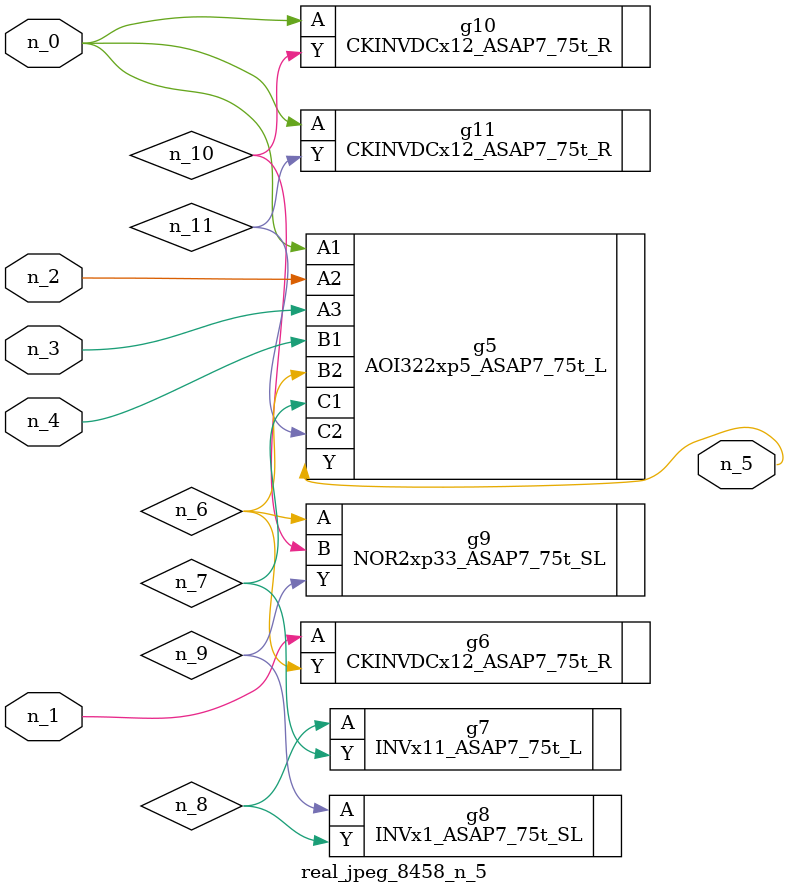
<source format=v>
module real_jpeg_8458_n_5 (n_4, n_0, n_1, n_2, n_3, n_5);

input n_4;
input n_0;
input n_1;
input n_2;
input n_3;

output n_5;

wire n_8;
wire n_11;
wire n_6;
wire n_7;
wire n_10;
wire n_9;

AOI322xp5_ASAP7_75t_L g5 ( 
.A1(n_0),
.A2(n_2),
.A3(n_3),
.B1(n_4),
.B2(n_6),
.C1(n_7),
.C2(n_11),
.Y(n_5)
);

CKINVDCx12_ASAP7_75t_R g10 ( 
.A(n_0),
.Y(n_10)
);

CKINVDCx12_ASAP7_75t_R g11 ( 
.A(n_0),
.Y(n_11)
);

CKINVDCx12_ASAP7_75t_R g6 ( 
.A(n_1),
.Y(n_6)
);

NOR2xp33_ASAP7_75t_SL g9 ( 
.A(n_6),
.B(n_10),
.Y(n_9)
);

INVx11_ASAP7_75t_L g7 ( 
.A(n_8),
.Y(n_7)
);

INVx1_ASAP7_75t_SL g8 ( 
.A(n_9),
.Y(n_8)
);


endmodule
</source>
